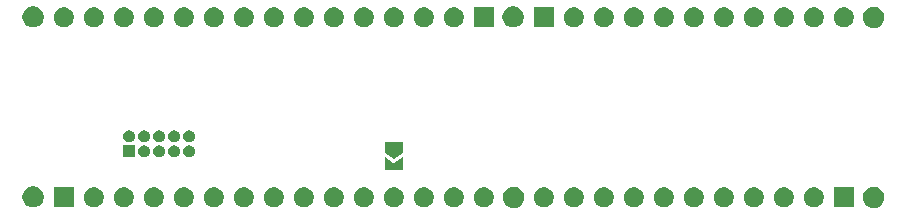
<source format=gbs>
G04 #@! TF.GenerationSoftware,KiCad,Pcbnew,5.1.5*
G04 #@! TF.CreationDate,2020-10-25T06:02:43-04:00*
G04 #@! TF.ProjectId,NanoX,4e616e6f-582e-46b6-9963-61645f706362,rev?*
G04 #@! TF.SameCoordinates,Original*
G04 #@! TF.FileFunction,Soldermask,Bot*
G04 #@! TF.FilePolarity,Negative*
%FSLAX46Y46*%
G04 Gerber Fmt 4.6, Leading zero omitted, Abs format (unit mm)*
G04 Created by KiCad (PCBNEW 5.1.5) date 2020-10-25 06:02:43*
%MOMM*%
%LPD*%
G04 APERTURE LIST*
%ADD10C,0.150000*%
G04 APERTURE END LIST*
D10*
G36*
X179053121Y-100378986D02*
G01*
X179216907Y-100446828D01*
X179216910Y-100446830D01*
X179364317Y-100545324D01*
X179489676Y-100670683D01*
X179588170Y-100818090D01*
X179588172Y-100818093D01*
X179656014Y-100981879D01*
X179690600Y-101155757D01*
X179690600Y-101333043D01*
X179656014Y-101506921D01*
X179588172Y-101670707D01*
X179588170Y-101670710D01*
X179489676Y-101818117D01*
X179364317Y-101943476D01*
X179283223Y-101997661D01*
X179216907Y-102041972D01*
X179053121Y-102109814D01*
X178879243Y-102144400D01*
X178701957Y-102144400D01*
X178528079Y-102109814D01*
X178364293Y-102041972D01*
X178297977Y-101997661D01*
X178216883Y-101943476D01*
X178091524Y-101818117D01*
X177993030Y-101670710D01*
X177993028Y-101670707D01*
X177925186Y-101506921D01*
X177890600Y-101333043D01*
X177890600Y-101155757D01*
X177925186Y-100981879D01*
X177993028Y-100818093D01*
X177993030Y-100818090D01*
X178091524Y-100670683D01*
X178216883Y-100545324D01*
X178364290Y-100446830D01*
X178364293Y-100446828D01*
X178528079Y-100378986D01*
X178701957Y-100344400D01*
X178879243Y-100344400D01*
X179053121Y-100378986D01*
G37*
G36*
X148573121Y-100378986D02*
G01*
X148736907Y-100446828D01*
X148736910Y-100446830D01*
X148884317Y-100545324D01*
X149009676Y-100670683D01*
X149108170Y-100818090D01*
X149108172Y-100818093D01*
X149176014Y-100981879D01*
X149210600Y-101155757D01*
X149210600Y-101333043D01*
X149176014Y-101506921D01*
X149108172Y-101670707D01*
X149108170Y-101670710D01*
X149009676Y-101818117D01*
X148884317Y-101943476D01*
X148803223Y-101997661D01*
X148736907Y-102041972D01*
X148573121Y-102109814D01*
X148399243Y-102144400D01*
X148221957Y-102144400D01*
X148048079Y-102109814D01*
X147884293Y-102041972D01*
X147817977Y-101997661D01*
X147736883Y-101943476D01*
X147611524Y-101818117D01*
X147513030Y-101670710D01*
X147513028Y-101670707D01*
X147445186Y-101506921D01*
X147410600Y-101333043D01*
X147410600Y-101155757D01*
X147445186Y-100981879D01*
X147513028Y-100818093D01*
X147513030Y-100818090D01*
X147611524Y-100670683D01*
X147736883Y-100545324D01*
X147884290Y-100446830D01*
X147884293Y-100446828D01*
X148048079Y-100378986D01*
X148221957Y-100344400D01*
X148399243Y-100344400D01*
X148573121Y-100378986D01*
G37*
G36*
X143478536Y-100427065D02*
G01*
X143633227Y-100491139D01*
X143772445Y-100584162D01*
X143890838Y-100702555D01*
X143983861Y-100841773D01*
X144047935Y-100996464D01*
X144080600Y-101160682D01*
X144080600Y-101328118D01*
X144047935Y-101492336D01*
X143983861Y-101647027D01*
X143890838Y-101786245D01*
X143772445Y-101904638D01*
X143633227Y-101997661D01*
X143485105Y-102059014D01*
X143478536Y-102061735D01*
X143314318Y-102094400D01*
X143146882Y-102094400D01*
X142982664Y-102061735D01*
X142976095Y-102059014D01*
X142827973Y-101997661D01*
X142688755Y-101904638D01*
X142570362Y-101786245D01*
X142477339Y-101647027D01*
X142413265Y-101492336D01*
X142380600Y-101328118D01*
X142380600Y-101160682D01*
X142413265Y-100996464D01*
X142477339Y-100841773D01*
X142570362Y-100702555D01*
X142688755Y-100584162D01*
X142827973Y-100491139D01*
X142982664Y-100427065D01*
X143146882Y-100394400D01*
X143314318Y-100394400D01*
X143478536Y-100427065D01*
G37*
G36*
X177100600Y-102094400D02*
G01*
X175400600Y-102094400D01*
X175400600Y-100394400D01*
X177100600Y-100394400D01*
X177100600Y-102094400D01*
G37*
G36*
X173958536Y-100427065D02*
G01*
X174113227Y-100491139D01*
X174252445Y-100584162D01*
X174370838Y-100702555D01*
X174463861Y-100841773D01*
X174527935Y-100996464D01*
X174560600Y-101160682D01*
X174560600Y-101328118D01*
X174527935Y-101492336D01*
X174463861Y-101647027D01*
X174370838Y-101786245D01*
X174252445Y-101904638D01*
X174113227Y-101997661D01*
X173965105Y-102059014D01*
X173958536Y-102061735D01*
X173794318Y-102094400D01*
X173626882Y-102094400D01*
X173462664Y-102061735D01*
X173456095Y-102059014D01*
X173307973Y-101997661D01*
X173168755Y-101904638D01*
X173050362Y-101786245D01*
X172957339Y-101647027D01*
X172893265Y-101492336D01*
X172860600Y-101328118D01*
X172860600Y-101160682D01*
X172893265Y-100996464D01*
X172957339Y-100841773D01*
X173050362Y-100702555D01*
X173168755Y-100584162D01*
X173307973Y-100491139D01*
X173462664Y-100427065D01*
X173626882Y-100394400D01*
X173794318Y-100394400D01*
X173958536Y-100427065D01*
G37*
G36*
X171418536Y-100427065D02*
G01*
X171573227Y-100491139D01*
X171712445Y-100584162D01*
X171830838Y-100702555D01*
X171923861Y-100841773D01*
X171987935Y-100996464D01*
X172020600Y-101160682D01*
X172020600Y-101328118D01*
X171987935Y-101492336D01*
X171923861Y-101647027D01*
X171830838Y-101786245D01*
X171712445Y-101904638D01*
X171573227Y-101997661D01*
X171425105Y-102059014D01*
X171418536Y-102061735D01*
X171254318Y-102094400D01*
X171086882Y-102094400D01*
X170922664Y-102061735D01*
X170916095Y-102059014D01*
X170767973Y-101997661D01*
X170628755Y-101904638D01*
X170510362Y-101786245D01*
X170417339Y-101647027D01*
X170353265Y-101492336D01*
X170320600Y-101328118D01*
X170320600Y-101160682D01*
X170353265Y-100996464D01*
X170417339Y-100841773D01*
X170510362Y-100702555D01*
X170628755Y-100584162D01*
X170767973Y-100491139D01*
X170922664Y-100427065D01*
X171086882Y-100394400D01*
X171254318Y-100394400D01*
X171418536Y-100427065D01*
G37*
G36*
X168878536Y-100427065D02*
G01*
X169033227Y-100491139D01*
X169172445Y-100584162D01*
X169290838Y-100702555D01*
X169383861Y-100841773D01*
X169447935Y-100996464D01*
X169480600Y-101160682D01*
X169480600Y-101328118D01*
X169447935Y-101492336D01*
X169383861Y-101647027D01*
X169290838Y-101786245D01*
X169172445Y-101904638D01*
X169033227Y-101997661D01*
X168885105Y-102059014D01*
X168878536Y-102061735D01*
X168714318Y-102094400D01*
X168546882Y-102094400D01*
X168382664Y-102061735D01*
X168376095Y-102059014D01*
X168227973Y-101997661D01*
X168088755Y-101904638D01*
X167970362Y-101786245D01*
X167877339Y-101647027D01*
X167813265Y-101492336D01*
X167780600Y-101328118D01*
X167780600Y-101160682D01*
X167813265Y-100996464D01*
X167877339Y-100841773D01*
X167970362Y-100702555D01*
X168088755Y-100584162D01*
X168227973Y-100491139D01*
X168382664Y-100427065D01*
X168546882Y-100394400D01*
X168714318Y-100394400D01*
X168878536Y-100427065D01*
G37*
G36*
X166338536Y-100427065D02*
G01*
X166493227Y-100491139D01*
X166632445Y-100584162D01*
X166750838Y-100702555D01*
X166843861Y-100841773D01*
X166907935Y-100996464D01*
X166940600Y-101160682D01*
X166940600Y-101328118D01*
X166907935Y-101492336D01*
X166843861Y-101647027D01*
X166750838Y-101786245D01*
X166632445Y-101904638D01*
X166493227Y-101997661D01*
X166345105Y-102059014D01*
X166338536Y-102061735D01*
X166174318Y-102094400D01*
X166006882Y-102094400D01*
X165842664Y-102061735D01*
X165836095Y-102059014D01*
X165687973Y-101997661D01*
X165548755Y-101904638D01*
X165430362Y-101786245D01*
X165337339Y-101647027D01*
X165273265Y-101492336D01*
X165240600Y-101328118D01*
X165240600Y-101160682D01*
X165273265Y-100996464D01*
X165337339Y-100841773D01*
X165430362Y-100702555D01*
X165548755Y-100584162D01*
X165687973Y-100491139D01*
X165842664Y-100427065D01*
X166006882Y-100394400D01*
X166174318Y-100394400D01*
X166338536Y-100427065D01*
G37*
G36*
X163798536Y-100427065D02*
G01*
X163953227Y-100491139D01*
X164092445Y-100584162D01*
X164210838Y-100702555D01*
X164303861Y-100841773D01*
X164367935Y-100996464D01*
X164400600Y-101160682D01*
X164400600Y-101328118D01*
X164367935Y-101492336D01*
X164303861Y-101647027D01*
X164210838Y-101786245D01*
X164092445Y-101904638D01*
X163953227Y-101997661D01*
X163805105Y-102059014D01*
X163798536Y-102061735D01*
X163634318Y-102094400D01*
X163466882Y-102094400D01*
X163302664Y-102061735D01*
X163296095Y-102059014D01*
X163147973Y-101997661D01*
X163008755Y-101904638D01*
X162890362Y-101786245D01*
X162797339Y-101647027D01*
X162733265Y-101492336D01*
X162700600Y-101328118D01*
X162700600Y-101160682D01*
X162733265Y-100996464D01*
X162797339Y-100841773D01*
X162890362Y-100702555D01*
X163008755Y-100584162D01*
X163147973Y-100491139D01*
X163302664Y-100427065D01*
X163466882Y-100394400D01*
X163634318Y-100394400D01*
X163798536Y-100427065D01*
G37*
G36*
X161258536Y-100427065D02*
G01*
X161413227Y-100491139D01*
X161552445Y-100584162D01*
X161670838Y-100702555D01*
X161763861Y-100841773D01*
X161827935Y-100996464D01*
X161860600Y-101160682D01*
X161860600Y-101328118D01*
X161827935Y-101492336D01*
X161763861Y-101647027D01*
X161670838Y-101786245D01*
X161552445Y-101904638D01*
X161413227Y-101997661D01*
X161265105Y-102059014D01*
X161258536Y-102061735D01*
X161094318Y-102094400D01*
X160926882Y-102094400D01*
X160762664Y-102061735D01*
X160756095Y-102059014D01*
X160607973Y-101997661D01*
X160468755Y-101904638D01*
X160350362Y-101786245D01*
X160257339Y-101647027D01*
X160193265Y-101492336D01*
X160160600Y-101328118D01*
X160160600Y-101160682D01*
X160193265Y-100996464D01*
X160257339Y-100841773D01*
X160350362Y-100702555D01*
X160468755Y-100584162D01*
X160607973Y-100491139D01*
X160762664Y-100427065D01*
X160926882Y-100394400D01*
X161094318Y-100394400D01*
X161258536Y-100427065D01*
G37*
G36*
X158718536Y-100427065D02*
G01*
X158873227Y-100491139D01*
X159012445Y-100584162D01*
X159130838Y-100702555D01*
X159223861Y-100841773D01*
X159287935Y-100996464D01*
X159320600Y-101160682D01*
X159320600Y-101328118D01*
X159287935Y-101492336D01*
X159223861Y-101647027D01*
X159130838Y-101786245D01*
X159012445Y-101904638D01*
X158873227Y-101997661D01*
X158725105Y-102059014D01*
X158718536Y-102061735D01*
X158554318Y-102094400D01*
X158386882Y-102094400D01*
X158222664Y-102061735D01*
X158216095Y-102059014D01*
X158067973Y-101997661D01*
X157928755Y-101904638D01*
X157810362Y-101786245D01*
X157717339Y-101647027D01*
X157653265Y-101492336D01*
X157620600Y-101328118D01*
X157620600Y-101160682D01*
X157653265Y-100996464D01*
X157717339Y-100841773D01*
X157810362Y-100702555D01*
X157928755Y-100584162D01*
X158067973Y-100491139D01*
X158222664Y-100427065D01*
X158386882Y-100394400D01*
X158554318Y-100394400D01*
X158718536Y-100427065D01*
G37*
G36*
X156178536Y-100427065D02*
G01*
X156333227Y-100491139D01*
X156472445Y-100584162D01*
X156590838Y-100702555D01*
X156683861Y-100841773D01*
X156747935Y-100996464D01*
X156780600Y-101160682D01*
X156780600Y-101328118D01*
X156747935Y-101492336D01*
X156683861Y-101647027D01*
X156590838Y-101786245D01*
X156472445Y-101904638D01*
X156333227Y-101997661D01*
X156185105Y-102059014D01*
X156178536Y-102061735D01*
X156014318Y-102094400D01*
X155846882Y-102094400D01*
X155682664Y-102061735D01*
X155676095Y-102059014D01*
X155527973Y-101997661D01*
X155388755Y-101904638D01*
X155270362Y-101786245D01*
X155177339Y-101647027D01*
X155113265Y-101492336D01*
X155080600Y-101328118D01*
X155080600Y-101160682D01*
X155113265Y-100996464D01*
X155177339Y-100841773D01*
X155270362Y-100702555D01*
X155388755Y-100584162D01*
X155527973Y-100491139D01*
X155682664Y-100427065D01*
X155846882Y-100394400D01*
X156014318Y-100394400D01*
X156178536Y-100427065D01*
G37*
G36*
X153638536Y-100427065D02*
G01*
X153793227Y-100491139D01*
X153932445Y-100584162D01*
X154050838Y-100702555D01*
X154143861Y-100841773D01*
X154207935Y-100996464D01*
X154240600Y-101160682D01*
X154240600Y-101328118D01*
X154207935Y-101492336D01*
X154143861Y-101647027D01*
X154050838Y-101786245D01*
X153932445Y-101904638D01*
X153793227Y-101997661D01*
X153645105Y-102059014D01*
X153638536Y-102061735D01*
X153474318Y-102094400D01*
X153306882Y-102094400D01*
X153142664Y-102061735D01*
X153136095Y-102059014D01*
X152987973Y-101997661D01*
X152848755Y-101904638D01*
X152730362Y-101786245D01*
X152637339Y-101647027D01*
X152573265Y-101492336D01*
X152540600Y-101328118D01*
X152540600Y-101160682D01*
X152573265Y-100996464D01*
X152637339Y-100841773D01*
X152730362Y-100702555D01*
X152848755Y-100584162D01*
X152987973Y-100491139D01*
X153142664Y-100427065D01*
X153306882Y-100394400D01*
X153474318Y-100394400D01*
X153638536Y-100427065D01*
G37*
G36*
X151098536Y-100427065D02*
G01*
X151253227Y-100491139D01*
X151392445Y-100584162D01*
X151510838Y-100702555D01*
X151603861Y-100841773D01*
X151667935Y-100996464D01*
X151700600Y-101160682D01*
X151700600Y-101328118D01*
X151667935Y-101492336D01*
X151603861Y-101647027D01*
X151510838Y-101786245D01*
X151392445Y-101904638D01*
X151253227Y-101997661D01*
X151105105Y-102059014D01*
X151098536Y-102061735D01*
X150934318Y-102094400D01*
X150766882Y-102094400D01*
X150602664Y-102061735D01*
X150596095Y-102059014D01*
X150447973Y-101997661D01*
X150308755Y-101904638D01*
X150190362Y-101786245D01*
X150097339Y-101647027D01*
X150033265Y-101492336D01*
X150000600Y-101328118D01*
X150000600Y-101160682D01*
X150033265Y-100996464D01*
X150097339Y-100841773D01*
X150190362Y-100702555D01*
X150308755Y-100584162D01*
X150447973Y-100491139D01*
X150602664Y-100427065D01*
X150766882Y-100394400D01*
X150934318Y-100394400D01*
X151098536Y-100427065D01*
G37*
G36*
X146018536Y-100427065D02*
G01*
X146173227Y-100491139D01*
X146312445Y-100584162D01*
X146430838Y-100702555D01*
X146523861Y-100841773D01*
X146587935Y-100996464D01*
X146620600Y-101160682D01*
X146620600Y-101328118D01*
X146587935Y-101492336D01*
X146523861Y-101647027D01*
X146430838Y-101786245D01*
X146312445Y-101904638D01*
X146173227Y-101997661D01*
X146025105Y-102059014D01*
X146018536Y-102061735D01*
X145854318Y-102094400D01*
X145686882Y-102094400D01*
X145522664Y-102061735D01*
X145516095Y-102059014D01*
X145367973Y-101997661D01*
X145228755Y-101904638D01*
X145110362Y-101786245D01*
X145017339Y-101647027D01*
X144953265Y-101492336D01*
X144920600Y-101328118D01*
X144920600Y-101160682D01*
X144953265Y-100996464D01*
X145017339Y-100841773D01*
X145110362Y-100702555D01*
X145228755Y-100584162D01*
X145367973Y-100491139D01*
X145522664Y-100427065D01*
X145686882Y-100394400D01*
X145854318Y-100394400D01*
X146018536Y-100427065D01*
G37*
G36*
X115538536Y-100427065D02*
G01*
X115693227Y-100491139D01*
X115832445Y-100584162D01*
X115950838Y-100702555D01*
X116043861Y-100841773D01*
X116107935Y-100996464D01*
X116140600Y-101160682D01*
X116140600Y-101328118D01*
X116107935Y-101492336D01*
X116043861Y-101647027D01*
X115950838Y-101786245D01*
X115832445Y-101904638D01*
X115693227Y-101997661D01*
X115545105Y-102059014D01*
X115538536Y-102061735D01*
X115374318Y-102094400D01*
X115206882Y-102094400D01*
X115042664Y-102061735D01*
X115036095Y-102059014D01*
X114887973Y-101997661D01*
X114748755Y-101904638D01*
X114630362Y-101786245D01*
X114537339Y-101647027D01*
X114473265Y-101492336D01*
X114440600Y-101328118D01*
X114440600Y-101160682D01*
X114473265Y-100996464D01*
X114537339Y-100841773D01*
X114630362Y-100702555D01*
X114748755Y-100584162D01*
X114887973Y-100491139D01*
X115042664Y-100427065D01*
X115206882Y-100394400D01*
X115374318Y-100394400D01*
X115538536Y-100427065D01*
G37*
G36*
X111060600Y-102094400D02*
G01*
X109360600Y-102094400D01*
X109360600Y-100394400D01*
X111060600Y-100394400D01*
X111060600Y-102094400D01*
G37*
G36*
X140938536Y-100427065D02*
G01*
X141093227Y-100491139D01*
X141232445Y-100584162D01*
X141350838Y-100702555D01*
X141443861Y-100841773D01*
X141507935Y-100996464D01*
X141540600Y-101160682D01*
X141540600Y-101328118D01*
X141507935Y-101492336D01*
X141443861Y-101647027D01*
X141350838Y-101786245D01*
X141232445Y-101904638D01*
X141093227Y-101997661D01*
X140945105Y-102059014D01*
X140938536Y-102061735D01*
X140774318Y-102094400D01*
X140606882Y-102094400D01*
X140442664Y-102061735D01*
X140436095Y-102059014D01*
X140287973Y-101997661D01*
X140148755Y-101904638D01*
X140030362Y-101786245D01*
X139937339Y-101647027D01*
X139873265Y-101492336D01*
X139840600Y-101328118D01*
X139840600Y-101160682D01*
X139873265Y-100996464D01*
X139937339Y-100841773D01*
X140030362Y-100702555D01*
X140148755Y-100584162D01*
X140287973Y-100491139D01*
X140442664Y-100427065D01*
X140606882Y-100394400D01*
X140774318Y-100394400D01*
X140938536Y-100427065D01*
G37*
G36*
X138398536Y-100427065D02*
G01*
X138553227Y-100491139D01*
X138692445Y-100584162D01*
X138810838Y-100702555D01*
X138903861Y-100841773D01*
X138967935Y-100996464D01*
X139000600Y-101160682D01*
X139000600Y-101328118D01*
X138967935Y-101492336D01*
X138903861Y-101647027D01*
X138810838Y-101786245D01*
X138692445Y-101904638D01*
X138553227Y-101997661D01*
X138405105Y-102059014D01*
X138398536Y-102061735D01*
X138234318Y-102094400D01*
X138066882Y-102094400D01*
X137902664Y-102061735D01*
X137896095Y-102059014D01*
X137747973Y-101997661D01*
X137608755Y-101904638D01*
X137490362Y-101786245D01*
X137397339Y-101647027D01*
X137333265Y-101492336D01*
X137300600Y-101328118D01*
X137300600Y-101160682D01*
X137333265Y-100996464D01*
X137397339Y-100841773D01*
X137490362Y-100702555D01*
X137608755Y-100584162D01*
X137747973Y-100491139D01*
X137902664Y-100427065D01*
X138066882Y-100394400D01*
X138234318Y-100394400D01*
X138398536Y-100427065D01*
G37*
G36*
X135858536Y-100427065D02*
G01*
X136013227Y-100491139D01*
X136152445Y-100584162D01*
X136270838Y-100702555D01*
X136363861Y-100841773D01*
X136427935Y-100996464D01*
X136460600Y-101160682D01*
X136460600Y-101328118D01*
X136427935Y-101492336D01*
X136363861Y-101647027D01*
X136270838Y-101786245D01*
X136152445Y-101904638D01*
X136013227Y-101997661D01*
X135865105Y-102059014D01*
X135858536Y-102061735D01*
X135694318Y-102094400D01*
X135526882Y-102094400D01*
X135362664Y-102061735D01*
X135356095Y-102059014D01*
X135207973Y-101997661D01*
X135068755Y-101904638D01*
X134950362Y-101786245D01*
X134857339Y-101647027D01*
X134793265Y-101492336D01*
X134760600Y-101328118D01*
X134760600Y-101160682D01*
X134793265Y-100996464D01*
X134857339Y-100841773D01*
X134950362Y-100702555D01*
X135068755Y-100584162D01*
X135207973Y-100491139D01*
X135362664Y-100427065D01*
X135526882Y-100394400D01*
X135694318Y-100394400D01*
X135858536Y-100427065D01*
G37*
G36*
X133318536Y-100427065D02*
G01*
X133473227Y-100491139D01*
X133612445Y-100584162D01*
X133730838Y-100702555D01*
X133823861Y-100841773D01*
X133887935Y-100996464D01*
X133920600Y-101160682D01*
X133920600Y-101328118D01*
X133887935Y-101492336D01*
X133823861Y-101647027D01*
X133730838Y-101786245D01*
X133612445Y-101904638D01*
X133473227Y-101997661D01*
X133325105Y-102059014D01*
X133318536Y-102061735D01*
X133154318Y-102094400D01*
X132986882Y-102094400D01*
X132822664Y-102061735D01*
X132816095Y-102059014D01*
X132667973Y-101997661D01*
X132528755Y-101904638D01*
X132410362Y-101786245D01*
X132317339Y-101647027D01*
X132253265Y-101492336D01*
X132220600Y-101328118D01*
X132220600Y-101160682D01*
X132253265Y-100996464D01*
X132317339Y-100841773D01*
X132410362Y-100702555D01*
X132528755Y-100584162D01*
X132667973Y-100491139D01*
X132822664Y-100427065D01*
X132986882Y-100394400D01*
X133154318Y-100394400D01*
X133318536Y-100427065D01*
G37*
G36*
X130778536Y-100427065D02*
G01*
X130933227Y-100491139D01*
X131072445Y-100584162D01*
X131190838Y-100702555D01*
X131283861Y-100841773D01*
X131347935Y-100996464D01*
X131380600Y-101160682D01*
X131380600Y-101328118D01*
X131347935Y-101492336D01*
X131283861Y-101647027D01*
X131190838Y-101786245D01*
X131072445Y-101904638D01*
X130933227Y-101997661D01*
X130785105Y-102059014D01*
X130778536Y-102061735D01*
X130614318Y-102094400D01*
X130446882Y-102094400D01*
X130282664Y-102061735D01*
X130276095Y-102059014D01*
X130127973Y-101997661D01*
X129988755Y-101904638D01*
X129870362Y-101786245D01*
X129777339Y-101647027D01*
X129713265Y-101492336D01*
X129680600Y-101328118D01*
X129680600Y-101160682D01*
X129713265Y-100996464D01*
X129777339Y-100841773D01*
X129870362Y-100702555D01*
X129988755Y-100584162D01*
X130127973Y-100491139D01*
X130282664Y-100427065D01*
X130446882Y-100394400D01*
X130614318Y-100394400D01*
X130778536Y-100427065D01*
G37*
G36*
X128238536Y-100427065D02*
G01*
X128393227Y-100491139D01*
X128532445Y-100584162D01*
X128650838Y-100702555D01*
X128743861Y-100841773D01*
X128807935Y-100996464D01*
X128840600Y-101160682D01*
X128840600Y-101328118D01*
X128807935Y-101492336D01*
X128743861Y-101647027D01*
X128650838Y-101786245D01*
X128532445Y-101904638D01*
X128393227Y-101997661D01*
X128245105Y-102059014D01*
X128238536Y-102061735D01*
X128074318Y-102094400D01*
X127906882Y-102094400D01*
X127742664Y-102061735D01*
X127736095Y-102059014D01*
X127587973Y-101997661D01*
X127448755Y-101904638D01*
X127330362Y-101786245D01*
X127237339Y-101647027D01*
X127173265Y-101492336D01*
X127140600Y-101328118D01*
X127140600Y-101160682D01*
X127173265Y-100996464D01*
X127237339Y-100841773D01*
X127330362Y-100702555D01*
X127448755Y-100584162D01*
X127587973Y-100491139D01*
X127742664Y-100427065D01*
X127906882Y-100394400D01*
X128074318Y-100394400D01*
X128238536Y-100427065D01*
G37*
G36*
X125698536Y-100427065D02*
G01*
X125853227Y-100491139D01*
X125992445Y-100584162D01*
X126110838Y-100702555D01*
X126203861Y-100841773D01*
X126267935Y-100996464D01*
X126300600Y-101160682D01*
X126300600Y-101328118D01*
X126267935Y-101492336D01*
X126203861Y-101647027D01*
X126110838Y-101786245D01*
X125992445Y-101904638D01*
X125853227Y-101997661D01*
X125705105Y-102059014D01*
X125698536Y-102061735D01*
X125534318Y-102094400D01*
X125366882Y-102094400D01*
X125202664Y-102061735D01*
X125196095Y-102059014D01*
X125047973Y-101997661D01*
X124908755Y-101904638D01*
X124790362Y-101786245D01*
X124697339Y-101647027D01*
X124633265Y-101492336D01*
X124600600Y-101328118D01*
X124600600Y-101160682D01*
X124633265Y-100996464D01*
X124697339Y-100841773D01*
X124790362Y-100702555D01*
X124908755Y-100584162D01*
X125047973Y-100491139D01*
X125202664Y-100427065D01*
X125366882Y-100394400D01*
X125534318Y-100394400D01*
X125698536Y-100427065D01*
G37*
G36*
X123158536Y-100427065D02*
G01*
X123313227Y-100491139D01*
X123452445Y-100584162D01*
X123570838Y-100702555D01*
X123663861Y-100841773D01*
X123727935Y-100996464D01*
X123760600Y-101160682D01*
X123760600Y-101328118D01*
X123727935Y-101492336D01*
X123663861Y-101647027D01*
X123570838Y-101786245D01*
X123452445Y-101904638D01*
X123313227Y-101997661D01*
X123165105Y-102059014D01*
X123158536Y-102061735D01*
X122994318Y-102094400D01*
X122826882Y-102094400D01*
X122662664Y-102061735D01*
X122656095Y-102059014D01*
X122507973Y-101997661D01*
X122368755Y-101904638D01*
X122250362Y-101786245D01*
X122157339Y-101647027D01*
X122093265Y-101492336D01*
X122060600Y-101328118D01*
X122060600Y-101160682D01*
X122093265Y-100996464D01*
X122157339Y-100841773D01*
X122250362Y-100702555D01*
X122368755Y-100584162D01*
X122507973Y-100491139D01*
X122662664Y-100427065D01*
X122826882Y-100394400D01*
X122994318Y-100394400D01*
X123158536Y-100427065D01*
G37*
G36*
X120618536Y-100427065D02*
G01*
X120773227Y-100491139D01*
X120912445Y-100584162D01*
X121030838Y-100702555D01*
X121123861Y-100841773D01*
X121187935Y-100996464D01*
X121220600Y-101160682D01*
X121220600Y-101328118D01*
X121187935Y-101492336D01*
X121123861Y-101647027D01*
X121030838Y-101786245D01*
X120912445Y-101904638D01*
X120773227Y-101997661D01*
X120625105Y-102059014D01*
X120618536Y-102061735D01*
X120454318Y-102094400D01*
X120286882Y-102094400D01*
X120122664Y-102061735D01*
X120116095Y-102059014D01*
X119967973Y-101997661D01*
X119828755Y-101904638D01*
X119710362Y-101786245D01*
X119617339Y-101647027D01*
X119553265Y-101492336D01*
X119520600Y-101328118D01*
X119520600Y-101160682D01*
X119553265Y-100996464D01*
X119617339Y-100841773D01*
X119710362Y-100702555D01*
X119828755Y-100584162D01*
X119967973Y-100491139D01*
X120122664Y-100427065D01*
X120286882Y-100394400D01*
X120454318Y-100394400D01*
X120618536Y-100427065D01*
G37*
G36*
X118078536Y-100427065D02*
G01*
X118233227Y-100491139D01*
X118372445Y-100584162D01*
X118490838Y-100702555D01*
X118583861Y-100841773D01*
X118647935Y-100996464D01*
X118680600Y-101160682D01*
X118680600Y-101328118D01*
X118647935Y-101492336D01*
X118583861Y-101647027D01*
X118490838Y-101786245D01*
X118372445Y-101904638D01*
X118233227Y-101997661D01*
X118085105Y-102059014D01*
X118078536Y-102061735D01*
X117914318Y-102094400D01*
X117746882Y-102094400D01*
X117582664Y-102061735D01*
X117576095Y-102059014D01*
X117427973Y-101997661D01*
X117288755Y-101904638D01*
X117170362Y-101786245D01*
X117077339Y-101647027D01*
X117013265Y-101492336D01*
X116980600Y-101328118D01*
X116980600Y-101160682D01*
X117013265Y-100996464D01*
X117077339Y-100841773D01*
X117170362Y-100702555D01*
X117288755Y-100584162D01*
X117427973Y-100491139D01*
X117582664Y-100427065D01*
X117746882Y-100394400D01*
X117914318Y-100394400D01*
X118078536Y-100427065D01*
G37*
G36*
X112998536Y-100427065D02*
G01*
X113153227Y-100491139D01*
X113292445Y-100584162D01*
X113410838Y-100702555D01*
X113503861Y-100841773D01*
X113567935Y-100996464D01*
X113600600Y-101160682D01*
X113600600Y-101328118D01*
X113567935Y-101492336D01*
X113503861Y-101647027D01*
X113410838Y-101786245D01*
X113292445Y-101904638D01*
X113153227Y-101997661D01*
X113005105Y-102059014D01*
X112998536Y-102061735D01*
X112834318Y-102094400D01*
X112666882Y-102094400D01*
X112502664Y-102061735D01*
X112496095Y-102059014D01*
X112347973Y-101997661D01*
X112208755Y-101904638D01*
X112090362Y-101786245D01*
X111997339Y-101647027D01*
X111933265Y-101492336D01*
X111900600Y-101328118D01*
X111900600Y-101160682D01*
X111933265Y-100996464D01*
X111997339Y-100841773D01*
X112090362Y-100702555D01*
X112208755Y-100584162D01*
X112347973Y-100491139D01*
X112502664Y-100427065D01*
X112666882Y-100394400D01*
X112834318Y-100394400D01*
X112998536Y-100427065D01*
G37*
G36*
X107882321Y-100328186D02*
G01*
X108046107Y-100396028D01*
X108046110Y-100396030D01*
X108193517Y-100494524D01*
X108318876Y-100619883D01*
X108374116Y-100702556D01*
X108417372Y-100767293D01*
X108485214Y-100931079D01*
X108519800Y-101104957D01*
X108519800Y-101282243D01*
X108485214Y-101456121D01*
X108417372Y-101619907D01*
X108417370Y-101619910D01*
X108318876Y-101767317D01*
X108193517Y-101892676D01*
X108117489Y-101943476D01*
X108046107Y-101991172D01*
X107882321Y-102059014D01*
X107708443Y-102093600D01*
X107531157Y-102093600D01*
X107357279Y-102059014D01*
X107193493Y-101991172D01*
X107122111Y-101943476D01*
X107046083Y-101892676D01*
X106920724Y-101767317D01*
X106822230Y-101619910D01*
X106822228Y-101619907D01*
X106754386Y-101456121D01*
X106719800Y-101282243D01*
X106719800Y-101104957D01*
X106754386Y-100931079D01*
X106822228Y-100767293D01*
X106865484Y-100702556D01*
X106920724Y-100619883D01*
X107046083Y-100494524D01*
X107193490Y-100396030D01*
X107193493Y-100396028D01*
X107357279Y-100328186D01*
X107531157Y-100293600D01*
X107708443Y-100293600D01*
X107882321Y-100328186D01*
G37*
G36*
X137400609Y-97814203D02*
G01*
X137402812Y-97815378D01*
X138122422Y-98295118D01*
X138131209Y-98299803D01*
X138140742Y-98302684D01*
X138150653Y-98303650D01*
X138160563Y-98302664D01*
X138170089Y-98299763D01*
X138178778Y-98295118D01*
X138898387Y-97815379D01*
X138900597Y-97814201D01*
X138900599Y-97814200D01*
X138900600Y-97814200D01*
X138900605Y-97814214D01*
X138900846Y-97816680D01*
X138900846Y-98961707D01*
X138900601Y-98964199D01*
X138900600Y-98964199D01*
X138900600Y-98964200D01*
X138900598Y-98964201D01*
X138900599Y-98964201D01*
X138898107Y-98964446D01*
X137403093Y-98964446D01*
X137400601Y-98964201D01*
X137400600Y-98964200D01*
X137400600Y-98964199D01*
X137400599Y-98964199D01*
X137400354Y-98961707D01*
X137400354Y-97816693D01*
X137400600Y-97814201D01*
X137400600Y-97814200D01*
X137400601Y-97814200D01*
X137400609Y-97814203D01*
G37*
G36*
X138900599Y-96514199D02*
G01*
X138900599Y-96514200D01*
X138900600Y-96514200D01*
X138900600Y-96514201D01*
X138900846Y-96516693D01*
X138900846Y-97511707D01*
X138900601Y-97514197D01*
X138900600Y-97514198D01*
X138900600Y-97514200D01*
X138900586Y-97514210D01*
X138898647Y-97515798D01*
X138152812Y-98013021D01*
X138150603Y-98014199D01*
X138150601Y-98014200D01*
X138150600Y-98014200D01*
X138150599Y-98014199D01*
X138150571Y-98014191D01*
X138148409Y-98013035D01*
X137402540Y-97515790D01*
X137400603Y-97514203D01*
X137400603Y-97514202D01*
X137400600Y-97514200D01*
X137400600Y-97514173D01*
X137400354Y-97511691D01*
X137400354Y-96516693D01*
X137400600Y-96514201D01*
X137400600Y-96514200D01*
X137400601Y-96514200D01*
X137400601Y-96514199D01*
X137403093Y-96513954D01*
X138898107Y-96513954D01*
X138900599Y-96514199D01*
G37*
G36*
X116247800Y-97832800D02*
G01*
X115247800Y-97832800D01*
X115247800Y-96832800D01*
X116247800Y-96832800D01*
X116247800Y-97832800D01*
G37*
G36*
X120973645Y-96852015D02*
G01*
X121064636Y-96889704D01*
X121146535Y-96944428D01*
X121216172Y-97014065D01*
X121270896Y-97095964D01*
X121308585Y-97186955D01*
X121327800Y-97283554D01*
X121327800Y-97382046D01*
X121308585Y-97478645D01*
X121270896Y-97569636D01*
X121216172Y-97651535D01*
X121146535Y-97721172D01*
X121064636Y-97775896D01*
X120973645Y-97813585D01*
X120877046Y-97832800D01*
X120778554Y-97832800D01*
X120681955Y-97813585D01*
X120590964Y-97775896D01*
X120509065Y-97721172D01*
X120439428Y-97651535D01*
X120384704Y-97569636D01*
X120347015Y-97478645D01*
X120327800Y-97382046D01*
X120327800Y-97283554D01*
X120347015Y-97186955D01*
X120384704Y-97095964D01*
X120439428Y-97014065D01*
X120509065Y-96944428D01*
X120590964Y-96889704D01*
X120681955Y-96852015D01*
X120778554Y-96832800D01*
X120877046Y-96832800D01*
X120973645Y-96852015D01*
G37*
G36*
X118433645Y-96852015D02*
G01*
X118524636Y-96889704D01*
X118606535Y-96944428D01*
X118676172Y-97014065D01*
X118730896Y-97095964D01*
X118768585Y-97186955D01*
X118787800Y-97283554D01*
X118787800Y-97382046D01*
X118768585Y-97478645D01*
X118730896Y-97569636D01*
X118676172Y-97651535D01*
X118606535Y-97721172D01*
X118524636Y-97775896D01*
X118433645Y-97813585D01*
X118337046Y-97832800D01*
X118238554Y-97832800D01*
X118141955Y-97813585D01*
X118050964Y-97775896D01*
X117969065Y-97721172D01*
X117899428Y-97651535D01*
X117844704Y-97569636D01*
X117807015Y-97478645D01*
X117787800Y-97382046D01*
X117787800Y-97283554D01*
X117807015Y-97186955D01*
X117844704Y-97095964D01*
X117899428Y-97014065D01*
X117969065Y-96944428D01*
X118050964Y-96889704D01*
X118141955Y-96852015D01*
X118238554Y-96832800D01*
X118337046Y-96832800D01*
X118433645Y-96852015D01*
G37*
G36*
X117163645Y-96852015D02*
G01*
X117254636Y-96889704D01*
X117336535Y-96944428D01*
X117406172Y-97014065D01*
X117460896Y-97095964D01*
X117498585Y-97186955D01*
X117517800Y-97283554D01*
X117517800Y-97382046D01*
X117498585Y-97478645D01*
X117460896Y-97569636D01*
X117406172Y-97651535D01*
X117336535Y-97721172D01*
X117254636Y-97775896D01*
X117163645Y-97813585D01*
X117067046Y-97832800D01*
X116968554Y-97832800D01*
X116871955Y-97813585D01*
X116780964Y-97775896D01*
X116699065Y-97721172D01*
X116629428Y-97651535D01*
X116574704Y-97569636D01*
X116537015Y-97478645D01*
X116517800Y-97382046D01*
X116517800Y-97283554D01*
X116537015Y-97186955D01*
X116574704Y-97095964D01*
X116629428Y-97014065D01*
X116699065Y-96944428D01*
X116780964Y-96889704D01*
X116871955Y-96852015D01*
X116968554Y-96832800D01*
X117067046Y-96832800D01*
X117163645Y-96852015D01*
G37*
G36*
X119703645Y-96852015D02*
G01*
X119794636Y-96889704D01*
X119876535Y-96944428D01*
X119946172Y-97014065D01*
X120000896Y-97095964D01*
X120038585Y-97186955D01*
X120057800Y-97283554D01*
X120057800Y-97382046D01*
X120038585Y-97478645D01*
X120000896Y-97569636D01*
X119946172Y-97651535D01*
X119876535Y-97721172D01*
X119794636Y-97775896D01*
X119703645Y-97813585D01*
X119607046Y-97832800D01*
X119508554Y-97832800D01*
X119411955Y-97813585D01*
X119320964Y-97775896D01*
X119239065Y-97721172D01*
X119169428Y-97651535D01*
X119114704Y-97569636D01*
X119077015Y-97478645D01*
X119057800Y-97382046D01*
X119057800Y-97283554D01*
X119077015Y-97186955D01*
X119114704Y-97095964D01*
X119169428Y-97014065D01*
X119239065Y-96944428D01*
X119320964Y-96889704D01*
X119411955Y-96852015D01*
X119508554Y-96832800D01*
X119607046Y-96832800D01*
X119703645Y-96852015D01*
G37*
G36*
X118433645Y-95582015D02*
G01*
X118524636Y-95619704D01*
X118606535Y-95674428D01*
X118676172Y-95744065D01*
X118730896Y-95825964D01*
X118768585Y-95916955D01*
X118787800Y-96013554D01*
X118787800Y-96112046D01*
X118768585Y-96208645D01*
X118730896Y-96299636D01*
X118676172Y-96381535D01*
X118606535Y-96451172D01*
X118524636Y-96505896D01*
X118433645Y-96543585D01*
X118337046Y-96562800D01*
X118238554Y-96562800D01*
X118141955Y-96543585D01*
X118050964Y-96505896D01*
X117969065Y-96451172D01*
X117899428Y-96381535D01*
X117844704Y-96299636D01*
X117807015Y-96208645D01*
X117787800Y-96112046D01*
X117787800Y-96013554D01*
X117807015Y-95916955D01*
X117844704Y-95825964D01*
X117899428Y-95744065D01*
X117969065Y-95674428D01*
X118050964Y-95619704D01*
X118141955Y-95582015D01*
X118238554Y-95562800D01*
X118337046Y-95562800D01*
X118433645Y-95582015D01*
G37*
G36*
X120973645Y-95582015D02*
G01*
X121064636Y-95619704D01*
X121146535Y-95674428D01*
X121216172Y-95744065D01*
X121270896Y-95825964D01*
X121308585Y-95916955D01*
X121327800Y-96013554D01*
X121327800Y-96112046D01*
X121308585Y-96208645D01*
X121270896Y-96299636D01*
X121216172Y-96381535D01*
X121146535Y-96451172D01*
X121064636Y-96505896D01*
X120973645Y-96543585D01*
X120877046Y-96562800D01*
X120778554Y-96562800D01*
X120681955Y-96543585D01*
X120590964Y-96505896D01*
X120509065Y-96451172D01*
X120439428Y-96381535D01*
X120384704Y-96299636D01*
X120347015Y-96208645D01*
X120327800Y-96112046D01*
X120327800Y-96013554D01*
X120347015Y-95916955D01*
X120384704Y-95825964D01*
X120439428Y-95744065D01*
X120509065Y-95674428D01*
X120590964Y-95619704D01*
X120681955Y-95582015D01*
X120778554Y-95562800D01*
X120877046Y-95562800D01*
X120973645Y-95582015D01*
G37*
G36*
X117163645Y-95582015D02*
G01*
X117254636Y-95619704D01*
X117336535Y-95674428D01*
X117406172Y-95744065D01*
X117460896Y-95825964D01*
X117498585Y-95916955D01*
X117517800Y-96013554D01*
X117517800Y-96112046D01*
X117498585Y-96208645D01*
X117460896Y-96299636D01*
X117406172Y-96381535D01*
X117336535Y-96451172D01*
X117254636Y-96505896D01*
X117163645Y-96543585D01*
X117067046Y-96562800D01*
X116968554Y-96562800D01*
X116871955Y-96543585D01*
X116780964Y-96505896D01*
X116699065Y-96451172D01*
X116629428Y-96381535D01*
X116574704Y-96299636D01*
X116537015Y-96208645D01*
X116517800Y-96112046D01*
X116517800Y-96013554D01*
X116537015Y-95916955D01*
X116574704Y-95825964D01*
X116629428Y-95744065D01*
X116699065Y-95674428D01*
X116780964Y-95619704D01*
X116871955Y-95582015D01*
X116968554Y-95562800D01*
X117067046Y-95562800D01*
X117163645Y-95582015D01*
G37*
G36*
X115893645Y-95582015D02*
G01*
X115984636Y-95619704D01*
X116066535Y-95674428D01*
X116136172Y-95744065D01*
X116190896Y-95825964D01*
X116228585Y-95916955D01*
X116247800Y-96013554D01*
X116247800Y-96112046D01*
X116228585Y-96208645D01*
X116190896Y-96299636D01*
X116136172Y-96381535D01*
X116066535Y-96451172D01*
X115984636Y-96505896D01*
X115893645Y-96543585D01*
X115797046Y-96562800D01*
X115698554Y-96562800D01*
X115601955Y-96543585D01*
X115510964Y-96505896D01*
X115429065Y-96451172D01*
X115359428Y-96381535D01*
X115304704Y-96299636D01*
X115267015Y-96208645D01*
X115247800Y-96112046D01*
X115247800Y-96013554D01*
X115267015Y-95916955D01*
X115304704Y-95825964D01*
X115359428Y-95744065D01*
X115429065Y-95674428D01*
X115510964Y-95619704D01*
X115601955Y-95582015D01*
X115698554Y-95562800D01*
X115797046Y-95562800D01*
X115893645Y-95582015D01*
G37*
G36*
X119703645Y-95582015D02*
G01*
X119794636Y-95619704D01*
X119876535Y-95674428D01*
X119946172Y-95744065D01*
X120000896Y-95825964D01*
X120038585Y-95916955D01*
X120057800Y-96013554D01*
X120057800Y-96112046D01*
X120038585Y-96208645D01*
X120000896Y-96299636D01*
X119946172Y-96381535D01*
X119876535Y-96451172D01*
X119794636Y-96505896D01*
X119703645Y-96543585D01*
X119607046Y-96562800D01*
X119508554Y-96562800D01*
X119411955Y-96543585D01*
X119320964Y-96505896D01*
X119239065Y-96451172D01*
X119169428Y-96381535D01*
X119114704Y-96299636D01*
X119077015Y-96208645D01*
X119057800Y-96112046D01*
X119057800Y-96013554D01*
X119077015Y-95916955D01*
X119114704Y-95825964D01*
X119169428Y-95744065D01*
X119239065Y-95674428D01*
X119320964Y-95619704D01*
X119411955Y-95582015D01*
X119508554Y-95562800D01*
X119607046Y-95562800D01*
X119703645Y-95582015D01*
G37*
G36*
X179053121Y-85138986D02*
G01*
X179216907Y-85206828D01*
X179216910Y-85206830D01*
X179364317Y-85305324D01*
X179489676Y-85430683D01*
X179588170Y-85578090D01*
X179588172Y-85578093D01*
X179656014Y-85741879D01*
X179690600Y-85915757D01*
X179690600Y-86093043D01*
X179656014Y-86266921D01*
X179588172Y-86430707D01*
X179588170Y-86430710D01*
X179489676Y-86578117D01*
X179364317Y-86703476D01*
X179283223Y-86757661D01*
X179216907Y-86801972D01*
X179053121Y-86869814D01*
X178879243Y-86904400D01*
X178701957Y-86904400D01*
X178528079Y-86869814D01*
X178364293Y-86801972D01*
X178297977Y-86757661D01*
X178216883Y-86703476D01*
X178091524Y-86578117D01*
X177993030Y-86430710D01*
X177993028Y-86430707D01*
X177925186Y-86266921D01*
X177890600Y-86093043D01*
X177890600Y-85915757D01*
X177925186Y-85741879D01*
X177993028Y-85578093D01*
X177993030Y-85578090D01*
X178091524Y-85430683D01*
X178216883Y-85305324D01*
X178364290Y-85206830D01*
X178364293Y-85206828D01*
X178528079Y-85138986D01*
X178701957Y-85104400D01*
X178879243Y-85104400D01*
X179053121Y-85138986D01*
G37*
G36*
X130778536Y-85187065D02*
G01*
X130933227Y-85251139D01*
X131072445Y-85344162D01*
X131190838Y-85462555D01*
X131283861Y-85601773D01*
X131347935Y-85756464D01*
X131380600Y-85920682D01*
X131380600Y-86088118D01*
X131347935Y-86252336D01*
X131283861Y-86407027D01*
X131190838Y-86546245D01*
X131072445Y-86664638D01*
X130933227Y-86757661D01*
X130785105Y-86819014D01*
X130778536Y-86821735D01*
X130614318Y-86854400D01*
X130446882Y-86854400D01*
X130282664Y-86821735D01*
X130276095Y-86819014D01*
X130127973Y-86757661D01*
X129988755Y-86664638D01*
X129870362Y-86546245D01*
X129777339Y-86407027D01*
X129713265Y-86252336D01*
X129680600Y-86088118D01*
X129680600Y-85920682D01*
X129713265Y-85756464D01*
X129777339Y-85601773D01*
X129870362Y-85462555D01*
X129988755Y-85344162D01*
X130127973Y-85251139D01*
X130282664Y-85187065D01*
X130446882Y-85154400D01*
X130614318Y-85154400D01*
X130778536Y-85187065D01*
G37*
G36*
X166338536Y-85187065D02*
G01*
X166493227Y-85251139D01*
X166632445Y-85344162D01*
X166750838Y-85462555D01*
X166843861Y-85601773D01*
X166907935Y-85756464D01*
X166940600Y-85920682D01*
X166940600Y-86088118D01*
X166907935Y-86252336D01*
X166843861Y-86407027D01*
X166750838Y-86546245D01*
X166632445Y-86664638D01*
X166493227Y-86757661D01*
X166338536Y-86821735D01*
X166174318Y-86854400D01*
X166006882Y-86854400D01*
X165842664Y-86821735D01*
X165687973Y-86757661D01*
X165548755Y-86664638D01*
X165430362Y-86546245D01*
X165337339Y-86407027D01*
X165273265Y-86252336D01*
X165240600Y-86088118D01*
X165240600Y-85920682D01*
X165273265Y-85756464D01*
X165337339Y-85601773D01*
X165430362Y-85462555D01*
X165548755Y-85344162D01*
X165687973Y-85251139D01*
X165842664Y-85187065D01*
X166006882Y-85154400D01*
X166174318Y-85154400D01*
X166338536Y-85187065D01*
G37*
G36*
X156178536Y-85187065D02*
G01*
X156333227Y-85251139D01*
X156472445Y-85344162D01*
X156590838Y-85462555D01*
X156683861Y-85601773D01*
X156747935Y-85756464D01*
X156780600Y-85920682D01*
X156780600Y-86088118D01*
X156747935Y-86252336D01*
X156683861Y-86407027D01*
X156590838Y-86546245D01*
X156472445Y-86664638D01*
X156333227Y-86757661D01*
X156185105Y-86819014D01*
X156178536Y-86821735D01*
X156014318Y-86854400D01*
X155846882Y-86854400D01*
X155682664Y-86821735D01*
X155676095Y-86819014D01*
X155527973Y-86757661D01*
X155388755Y-86664638D01*
X155270362Y-86546245D01*
X155177339Y-86407027D01*
X155113265Y-86252336D01*
X155080600Y-86088118D01*
X155080600Y-85920682D01*
X155113265Y-85756464D01*
X155177339Y-85601773D01*
X155270362Y-85462555D01*
X155388755Y-85344162D01*
X155527973Y-85251139D01*
X155682664Y-85187065D01*
X155846882Y-85154400D01*
X156014318Y-85154400D01*
X156178536Y-85187065D01*
G37*
G36*
X158718536Y-85187065D02*
G01*
X158873227Y-85251139D01*
X159012445Y-85344162D01*
X159130838Y-85462555D01*
X159223861Y-85601773D01*
X159287935Y-85756464D01*
X159320600Y-85920682D01*
X159320600Y-86088118D01*
X159287935Y-86252336D01*
X159223861Y-86407027D01*
X159130838Y-86546245D01*
X159012445Y-86664638D01*
X158873227Y-86757661D01*
X158725105Y-86819014D01*
X158718536Y-86821735D01*
X158554318Y-86854400D01*
X158386882Y-86854400D01*
X158222664Y-86821735D01*
X158216095Y-86819014D01*
X158067973Y-86757661D01*
X157928755Y-86664638D01*
X157810362Y-86546245D01*
X157717339Y-86407027D01*
X157653265Y-86252336D01*
X157620600Y-86088118D01*
X157620600Y-85920682D01*
X157653265Y-85756464D01*
X157717339Y-85601773D01*
X157810362Y-85462555D01*
X157928755Y-85344162D01*
X158067973Y-85251139D01*
X158222664Y-85187065D01*
X158386882Y-85154400D01*
X158554318Y-85154400D01*
X158718536Y-85187065D01*
G37*
G36*
X161258536Y-85187065D02*
G01*
X161413227Y-85251139D01*
X161552445Y-85344162D01*
X161670838Y-85462555D01*
X161763861Y-85601773D01*
X161827935Y-85756464D01*
X161860600Y-85920682D01*
X161860600Y-86088118D01*
X161827935Y-86252336D01*
X161763861Y-86407027D01*
X161670838Y-86546245D01*
X161552445Y-86664638D01*
X161413227Y-86757661D01*
X161265105Y-86819014D01*
X161258536Y-86821735D01*
X161094318Y-86854400D01*
X160926882Y-86854400D01*
X160762664Y-86821735D01*
X160756095Y-86819014D01*
X160607973Y-86757661D01*
X160468755Y-86664638D01*
X160350362Y-86546245D01*
X160257339Y-86407027D01*
X160193265Y-86252336D01*
X160160600Y-86088118D01*
X160160600Y-85920682D01*
X160193265Y-85756464D01*
X160257339Y-85601773D01*
X160350362Y-85462555D01*
X160468755Y-85344162D01*
X160607973Y-85251139D01*
X160762664Y-85187065D01*
X160926882Y-85154400D01*
X161094318Y-85154400D01*
X161258536Y-85187065D01*
G37*
G36*
X153638536Y-85187065D02*
G01*
X153793227Y-85251139D01*
X153932445Y-85344162D01*
X154050838Y-85462555D01*
X154143861Y-85601773D01*
X154207935Y-85756464D01*
X154240600Y-85920682D01*
X154240600Y-86088118D01*
X154207935Y-86252336D01*
X154143861Y-86407027D01*
X154050838Y-86546245D01*
X153932445Y-86664638D01*
X153793227Y-86757661D01*
X153645105Y-86819014D01*
X153638536Y-86821735D01*
X153474318Y-86854400D01*
X153306882Y-86854400D01*
X153142664Y-86821735D01*
X153136095Y-86819014D01*
X152987973Y-86757661D01*
X152848755Y-86664638D01*
X152730362Y-86546245D01*
X152637339Y-86407027D01*
X152573265Y-86252336D01*
X152540600Y-86088118D01*
X152540600Y-85920682D01*
X152573265Y-85756464D01*
X152637339Y-85601773D01*
X152730362Y-85462555D01*
X152848755Y-85344162D01*
X152987973Y-85251139D01*
X153142664Y-85187065D01*
X153306882Y-85154400D01*
X153474318Y-85154400D01*
X153638536Y-85187065D01*
G37*
G36*
X133318536Y-85187065D02*
G01*
X133473227Y-85251139D01*
X133612445Y-85344162D01*
X133730838Y-85462555D01*
X133823861Y-85601773D01*
X133887935Y-85756464D01*
X133920600Y-85920682D01*
X133920600Y-86088118D01*
X133887935Y-86252336D01*
X133823861Y-86407027D01*
X133730838Y-86546245D01*
X133612445Y-86664638D01*
X133473227Y-86757661D01*
X133318536Y-86821735D01*
X133154318Y-86854400D01*
X132986882Y-86854400D01*
X132822664Y-86821735D01*
X132667973Y-86757661D01*
X132528755Y-86664638D01*
X132410362Y-86546245D01*
X132317339Y-86407027D01*
X132253265Y-86252336D01*
X132220600Y-86088118D01*
X132220600Y-85920682D01*
X132253265Y-85756464D01*
X132317339Y-85601773D01*
X132410362Y-85462555D01*
X132528755Y-85344162D01*
X132667973Y-85251139D01*
X132822664Y-85187065D01*
X132986882Y-85154400D01*
X133154318Y-85154400D01*
X133318536Y-85187065D01*
G37*
G36*
X135858536Y-85187065D02*
G01*
X136013227Y-85251139D01*
X136152445Y-85344162D01*
X136270838Y-85462555D01*
X136363861Y-85601773D01*
X136427935Y-85756464D01*
X136460600Y-85920682D01*
X136460600Y-86088118D01*
X136427935Y-86252336D01*
X136363861Y-86407027D01*
X136270838Y-86546245D01*
X136152445Y-86664638D01*
X136013227Y-86757661D01*
X135865105Y-86819014D01*
X135858536Y-86821735D01*
X135694318Y-86854400D01*
X135526882Y-86854400D01*
X135362664Y-86821735D01*
X135356095Y-86819014D01*
X135207973Y-86757661D01*
X135068755Y-86664638D01*
X134950362Y-86546245D01*
X134857339Y-86407027D01*
X134793265Y-86252336D01*
X134760600Y-86088118D01*
X134760600Y-85920682D01*
X134793265Y-85756464D01*
X134857339Y-85601773D01*
X134950362Y-85462555D01*
X135068755Y-85344162D01*
X135207973Y-85251139D01*
X135362664Y-85187065D01*
X135526882Y-85154400D01*
X135694318Y-85154400D01*
X135858536Y-85187065D01*
G37*
G36*
X138398536Y-85187065D02*
G01*
X138553227Y-85251139D01*
X138692445Y-85344162D01*
X138810838Y-85462555D01*
X138903861Y-85601773D01*
X138967935Y-85756464D01*
X139000600Y-85920682D01*
X139000600Y-86088118D01*
X138967935Y-86252336D01*
X138903861Y-86407027D01*
X138810838Y-86546245D01*
X138692445Y-86664638D01*
X138553227Y-86757661D01*
X138405105Y-86819014D01*
X138398536Y-86821735D01*
X138234318Y-86854400D01*
X138066882Y-86854400D01*
X137902664Y-86821735D01*
X137896095Y-86819014D01*
X137747973Y-86757661D01*
X137608755Y-86664638D01*
X137490362Y-86546245D01*
X137397339Y-86407027D01*
X137333265Y-86252336D01*
X137300600Y-86088118D01*
X137300600Y-85920682D01*
X137333265Y-85756464D01*
X137397339Y-85601773D01*
X137490362Y-85462555D01*
X137608755Y-85344162D01*
X137747973Y-85251139D01*
X137902664Y-85187065D01*
X138066882Y-85154400D01*
X138234318Y-85154400D01*
X138398536Y-85187065D01*
G37*
G36*
X140938536Y-85187065D02*
G01*
X141093227Y-85251139D01*
X141232445Y-85344162D01*
X141350838Y-85462555D01*
X141443861Y-85601773D01*
X141507935Y-85756464D01*
X141540600Y-85920682D01*
X141540600Y-86088118D01*
X141507935Y-86252336D01*
X141443861Y-86407027D01*
X141350838Y-86546245D01*
X141232445Y-86664638D01*
X141093227Y-86757661D01*
X140945105Y-86819014D01*
X140938536Y-86821735D01*
X140774318Y-86854400D01*
X140606882Y-86854400D01*
X140442664Y-86821735D01*
X140436095Y-86819014D01*
X140287973Y-86757661D01*
X140148755Y-86664638D01*
X140030362Y-86546245D01*
X139937339Y-86407027D01*
X139873265Y-86252336D01*
X139840600Y-86088118D01*
X139840600Y-85920682D01*
X139873265Y-85756464D01*
X139937339Y-85601773D01*
X140030362Y-85462555D01*
X140148755Y-85344162D01*
X140287973Y-85251139D01*
X140442664Y-85187065D01*
X140606882Y-85154400D01*
X140774318Y-85154400D01*
X140938536Y-85187065D01*
G37*
G36*
X143478536Y-85187065D02*
G01*
X143633227Y-85251139D01*
X143772445Y-85344162D01*
X143890838Y-85462555D01*
X143983861Y-85601773D01*
X144047935Y-85756464D01*
X144080600Y-85920682D01*
X144080600Y-86088118D01*
X144047935Y-86252336D01*
X143983861Y-86407027D01*
X143890838Y-86546245D01*
X143772445Y-86664638D01*
X143633227Y-86757661D01*
X143485105Y-86819014D01*
X143478536Y-86821735D01*
X143314318Y-86854400D01*
X143146882Y-86854400D01*
X142982664Y-86821735D01*
X142976095Y-86819014D01*
X142827973Y-86757661D01*
X142688755Y-86664638D01*
X142570362Y-86546245D01*
X142477339Y-86407027D01*
X142413265Y-86252336D01*
X142380600Y-86088118D01*
X142380600Y-85920682D01*
X142413265Y-85756464D01*
X142477339Y-85601773D01*
X142570362Y-85462555D01*
X142688755Y-85344162D01*
X142827973Y-85251139D01*
X142982664Y-85187065D01*
X143146882Y-85154400D01*
X143314318Y-85154400D01*
X143478536Y-85187065D01*
G37*
G36*
X146620600Y-86854400D02*
G01*
X144920600Y-86854400D01*
X144920600Y-85154400D01*
X146620600Y-85154400D01*
X146620600Y-86854400D01*
G37*
G36*
X151700600Y-86854400D02*
G01*
X150000600Y-86854400D01*
X150000600Y-85154400D01*
X151700600Y-85154400D01*
X151700600Y-86854400D01*
G37*
G36*
X176498536Y-85187065D02*
G01*
X176653227Y-85251139D01*
X176792445Y-85344162D01*
X176910838Y-85462555D01*
X177003861Y-85601773D01*
X177067935Y-85756464D01*
X177100600Y-85920682D01*
X177100600Y-86088118D01*
X177067935Y-86252336D01*
X177003861Y-86407027D01*
X176910838Y-86546245D01*
X176792445Y-86664638D01*
X176653227Y-86757661D01*
X176498536Y-86821735D01*
X176334318Y-86854400D01*
X176166882Y-86854400D01*
X176002664Y-86821735D01*
X175847973Y-86757661D01*
X175708755Y-86664638D01*
X175590362Y-86546245D01*
X175497339Y-86407027D01*
X175433265Y-86252336D01*
X175400600Y-86088118D01*
X175400600Y-85920682D01*
X175433265Y-85756464D01*
X175497339Y-85601773D01*
X175590362Y-85462555D01*
X175708755Y-85344162D01*
X175847973Y-85251139D01*
X176002664Y-85187065D01*
X176166882Y-85154400D01*
X176334318Y-85154400D01*
X176498536Y-85187065D01*
G37*
G36*
X173958536Y-85187065D02*
G01*
X174113227Y-85251139D01*
X174252445Y-85344162D01*
X174370838Y-85462555D01*
X174463861Y-85601773D01*
X174527935Y-85756464D01*
X174560600Y-85920682D01*
X174560600Y-86088118D01*
X174527935Y-86252336D01*
X174463861Y-86407027D01*
X174370838Y-86546245D01*
X174252445Y-86664638D01*
X174113227Y-86757661D01*
X173958536Y-86821735D01*
X173794318Y-86854400D01*
X173626882Y-86854400D01*
X173462664Y-86821735D01*
X173307973Y-86757661D01*
X173168755Y-86664638D01*
X173050362Y-86546245D01*
X172957339Y-86407027D01*
X172893265Y-86252336D01*
X172860600Y-86088118D01*
X172860600Y-85920682D01*
X172893265Y-85756464D01*
X172957339Y-85601773D01*
X173050362Y-85462555D01*
X173168755Y-85344162D01*
X173307973Y-85251139D01*
X173462664Y-85187065D01*
X173626882Y-85154400D01*
X173794318Y-85154400D01*
X173958536Y-85187065D01*
G37*
G36*
X171418536Y-85187065D02*
G01*
X171573227Y-85251139D01*
X171712445Y-85344162D01*
X171830838Y-85462555D01*
X171923861Y-85601773D01*
X171987935Y-85756464D01*
X172020600Y-85920682D01*
X172020600Y-86088118D01*
X171987935Y-86252336D01*
X171923861Y-86407027D01*
X171830838Y-86546245D01*
X171712445Y-86664638D01*
X171573227Y-86757661D01*
X171418536Y-86821735D01*
X171254318Y-86854400D01*
X171086882Y-86854400D01*
X170922664Y-86821735D01*
X170767973Y-86757661D01*
X170628755Y-86664638D01*
X170510362Y-86546245D01*
X170417339Y-86407027D01*
X170353265Y-86252336D01*
X170320600Y-86088118D01*
X170320600Y-85920682D01*
X170353265Y-85756464D01*
X170417339Y-85601773D01*
X170510362Y-85462555D01*
X170628755Y-85344162D01*
X170767973Y-85251139D01*
X170922664Y-85187065D01*
X171086882Y-85154400D01*
X171254318Y-85154400D01*
X171418536Y-85187065D01*
G37*
G36*
X168878536Y-85187065D02*
G01*
X169033227Y-85251139D01*
X169172445Y-85344162D01*
X169290838Y-85462555D01*
X169383861Y-85601773D01*
X169447935Y-85756464D01*
X169480600Y-85920682D01*
X169480600Y-86088118D01*
X169447935Y-86252336D01*
X169383861Y-86407027D01*
X169290838Y-86546245D01*
X169172445Y-86664638D01*
X169033227Y-86757661D01*
X168878536Y-86821735D01*
X168714318Y-86854400D01*
X168546882Y-86854400D01*
X168382664Y-86821735D01*
X168227973Y-86757661D01*
X168088755Y-86664638D01*
X167970362Y-86546245D01*
X167877339Y-86407027D01*
X167813265Y-86252336D01*
X167780600Y-86088118D01*
X167780600Y-85920682D01*
X167813265Y-85756464D01*
X167877339Y-85601773D01*
X167970362Y-85462555D01*
X168088755Y-85344162D01*
X168227973Y-85251139D01*
X168382664Y-85187065D01*
X168546882Y-85154400D01*
X168714318Y-85154400D01*
X168878536Y-85187065D01*
G37*
G36*
X163798536Y-85187065D02*
G01*
X163953227Y-85251139D01*
X164092445Y-85344162D01*
X164210838Y-85462555D01*
X164303861Y-85601773D01*
X164367935Y-85756464D01*
X164400600Y-85920682D01*
X164400600Y-86088118D01*
X164367935Y-86252336D01*
X164303861Y-86407027D01*
X164210838Y-86546245D01*
X164092445Y-86664638D01*
X163953227Y-86757661D01*
X163798536Y-86821735D01*
X163634318Y-86854400D01*
X163466882Y-86854400D01*
X163302664Y-86821735D01*
X163147973Y-86757661D01*
X163008755Y-86664638D01*
X162890362Y-86546245D01*
X162797339Y-86407027D01*
X162733265Y-86252336D01*
X162700600Y-86088118D01*
X162700600Y-85920682D01*
X162733265Y-85756464D01*
X162797339Y-85601773D01*
X162890362Y-85462555D01*
X163008755Y-85344162D01*
X163147973Y-85251139D01*
X163302664Y-85187065D01*
X163466882Y-85154400D01*
X163634318Y-85154400D01*
X163798536Y-85187065D01*
G37*
G36*
X110458536Y-85187065D02*
G01*
X110613227Y-85251139D01*
X110752445Y-85344162D01*
X110870838Y-85462555D01*
X110963861Y-85601773D01*
X111027935Y-85756464D01*
X111060600Y-85920682D01*
X111060600Y-86088118D01*
X111027935Y-86252336D01*
X110963861Y-86407027D01*
X110870838Y-86546245D01*
X110752445Y-86664638D01*
X110613227Y-86757661D01*
X110465105Y-86819014D01*
X110458536Y-86821735D01*
X110294318Y-86854400D01*
X110126882Y-86854400D01*
X109962664Y-86821735D01*
X109956095Y-86819014D01*
X109807973Y-86757661D01*
X109668755Y-86664638D01*
X109550362Y-86546245D01*
X109457339Y-86407027D01*
X109393265Y-86252336D01*
X109360600Y-86088118D01*
X109360600Y-85920682D01*
X109393265Y-85756464D01*
X109457339Y-85601773D01*
X109550362Y-85462555D01*
X109668755Y-85344162D01*
X109807973Y-85251139D01*
X109962664Y-85187065D01*
X110126882Y-85154400D01*
X110294318Y-85154400D01*
X110458536Y-85187065D01*
G37*
G36*
X112998536Y-85187065D02*
G01*
X113153227Y-85251139D01*
X113292445Y-85344162D01*
X113410838Y-85462555D01*
X113503861Y-85601773D01*
X113567935Y-85756464D01*
X113600600Y-85920682D01*
X113600600Y-86088118D01*
X113567935Y-86252336D01*
X113503861Y-86407027D01*
X113410838Y-86546245D01*
X113292445Y-86664638D01*
X113153227Y-86757661D01*
X113005105Y-86819014D01*
X112998536Y-86821735D01*
X112834318Y-86854400D01*
X112666882Y-86854400D01*
X112502664Y-86821735D01*
X112496095Y-86819014D01*
X112347973Y-86757661D01*
X112208755Y-86664638D01*
X112090362Y-86546245D01*
X111997339Y-86407027D01*
X111933265Y-86252336D01*
X111900600Y-86088118D01*
X111900600Y-85920682D01*
X111933265Y-85756464D01*
X111997339Y-85601773D01*
X112090362Y-85462555D01*
X112208755Y-85344162D01*
X112347973Y-85251139D01*
X112502664Y-85187065D01*
X112666882Y-85154400D01*
X112834318Y-85154400D01*
X112998536Y-85187065D01*
G37*
G36*
X115538536Y-85187065D02*
G01*
X115693227Y-85251139D01*
X115832445Y-85344162D01*
X115950838Y-85462555D01*
X116043861Y-85601773D01*
X116107935Y-85756464D01*
X116140600Y-85920682D01*
X116140600Y-86088118D01*
X116107935Y-86252336D01*
X116043861Y-86407027D01*
X115950838Y-86546245D01*
X115832445Y-86664638D01*
X115693227Y-86757661D01*
X115545105Y-86819014D01*
X115538536Y-86821735D01*
X115374318Y-86854400D01*
X115206882Y-86854400D01*
X115042664Y-86821735D01*
X115036095Y-86819014D01*
X114887973Y-86757661D01*
X114748755Y-86664638D01*
X114630362Y-86546245D01*
X114537339Y-86407027D01*
X114473265Y-86252336D01*
X114440600Y-86088118D01*
X114440600Y-85920682D01*
X114473265Y-85756464D01*
X114537339Y-85601773D01*
X114630362Y-85462555D01*
X114748755Y-85344162D01*
X114887973Y-85251139D01*
X115042664Y-85187065D01*
X115206882Y-85154400D01*
X115374318Y-85154400D01*
X115538536Y-85187065D01*
G37*
G36*
X118078536Y-85187065D02*
G01*
X118233227Y-85251139D01*
X118372445Y-85344162D01*
X118490838Y-85462555D01*
X118583861Y-85601773D01*
X118647935Y-85756464D01*
X118680600Y-85920682D01*
X118680600Y-86088118D01*
X118647935Y-86252336D01*
X118583861Y-86407027D01*
X118490838Y-86546245D01*
X118372445Y-86664638D01*
X118233227Y-86757661D01*
X118085105Y-86819014D01*
X118078536Y-86821735D01*
X117914318Y-86854400D01*
X117746882Y-86854400D01*
X117582664Y-86821735D01*
X117576095Y-86819014D01*
X117427973Y-86757661D01*
X117288755Y-86664638D01*
X117170362Y-86546245D01*
X117077339Y-86407027D01*
X117013265Y-86252336D01*
X116980600Y-86088118D01*
X116980600Y-85920682D01*
X117013265Y-85756464D01*
X117077339Y-85601773D01*
X117170362Y-85462555D01*
X117288755Y-85344162D01*
X117427973Y-85251139D01*
X117582664Y-85187065D01*
X117746882Y-85154400D01*
X117914318Y-85154400D01*
X118078536Y-85187065D01*
G37*
G36*
X120618536Y-85187065D02*
G01*
X120773227Y-85251139D01*
X120912445Y-85344162D01*
X121030838Y-85462555D01*
X121123861Y-85601773D01*
X121187935Y-85756464D01*
X121220600Y-85920682D01*
X121220600Y-86088118D01*
X121187935Y-86252336D01*
X121123861Y-86407027D01*
X121030838Y-86546245D01*
X120912445Y-86664638D01*
X120773227Y-86757661D01*
X120625105Y-86819014D01*
X120618536Y-86821735D01*
X120454318Y-86854400D01*
X120286882Y-86854400D01*
X120122664Y-86821735D01*
X120116095Y-86819014D01*
X119967973Y-86757661D01*
X119828755Y-86664638D01*
X119710362Y-86546245D01*
X119617339Y-86407027D01*
X119553265Y-86252336D01*
X119520600Y-86088118D01*
X119520600Y-85920682D01*
X119553265Y-85756464D01*
X119617339Y-85601773D01*
X119710362Y-85462555D01*
X119828755Y-85344162D01*
X119967973Y-85251139D01*
X120122664Y-85187065D01*
X120286882Y-85154400D01*
X120454318Y-85154400D01*
X120618536Y-85187065D01*
G37*
G36*
X123158536Y-85187065D02*
G01*
X123313227Y-85251139D01*
X123452445Y-85344162D01*
X123570838Y-85462555D01*
X123663861Y-85601773D01*
X123727935Y-85756464D01*
X123760600Y-85920682D01*
X123760600Y-86088118D01*
X123727935Y-86252336D01*
X123663861Y-86407027D01*
X123570838Y-86546245D01*
X123452445Y-86664638D01*
X123313227Y-86757661D01*
X123165105Y-86819014D01*
X123158536Y-86821735D01*
X122994318Y-86854400D01*
X122826882Y-86854400D01*
X122662664Y-86821735D01*
X122656095Y-86819014D01*
X122507973Y-86757661D01*
X122368755Y-86664638D01*
X122250362Y-86546245D01*
X122157339Y-86407027D01*
X122093265Y-86252336D01*
X122060600Y-86088118D01*
X122060600Y-85920682D01*
X122093265Y-85756464D01*
X122157339Y-85601773D01*
X122250362Y-85462555D01*
X122368755Y-85344162D01*
X122507973Y-85251139D01*
X122662664Y-85187065D01*
X122826882Y-85154400D01*
X122994318Y-85154400D01*
X123158536Y-85187065D01*
G37*
G36*
X125698536Y-85187065D02*
G01*
X125853227Y-85251139D01*
X125992445Y-85344162D01*
X126110838Y-85462555D01*
X126203861Y-85601773D01*
X126267935Y-85756464D01*
X126300600Y-85920682D01*
X126300600Y-86088118D01*
X126267935Y-86252336D01*
X126203861Y-86407027D01*
X126110838Y-86546245D01*
X125992445Y-86664638D01*
X125853227Y-86757661D01*
X125705105Y-86819014D01*
X125698536Y-86821735D01*
X125534318Y-86854400D01*
X125366882Y-86854400D01*
X125202664Y-86821735D01*
X125196095Y-86819014D01*
X125047973Y-86757661D01*
X124908755Y-86664638D01*
X124790362Y-86546245D01*
X124697339Y-86407027D01*
X124633265Y-86252336D01*
X124600600Y-86088118D01*
X124600600Y-85920682D01*
X124633265Y-85756464D01*
X124697339Y-85601773D01*
X124790362Y-85462555D01*
X124908755Y-85344162D01*
X125047973Y-85251139D01*
X125202664Y-85187065D01*
X125366882Y-85154400D01*
X125534318Y-85154400D01*
X125698536Y-85187065D01*
G37*
G36*
X128238536Y-85187065D02*
G01*
X128393227Y-85251139D01*
X128532445Y-85344162D01*
X128650838Y-85462555D01*
X128743861Y-85601773D01*
X128807935Y-85756464D01*
X128840600Y-85920682D01*
X128840600Y-86088118D01*
X128807935Y-86252336D01*
X128743861Y-86407027D01*
X128650838Y-86546245D01*
X128532445Y-86664638D01*
X128393227Y-86757661D01*
X128245105Y-86819014D01*
X128238536Y-86821735D01*
X128074318Y-86854400D01*
X127906882Y-86854400D01*
X127742664Y-86821735D01*
X127736095Y-86819014D01*
X127587973Y-86757661D01*
X127448755Y-86664638D01*
X127330362Y-86546245D01*
X127237339Y-86407027D01*
X127173265Y-86252336D01*
X127140600Y-86088118D01*
X127140600Y-85920682D01*
X127173265Y-85756464D01*
X127237339Y-85601773D01*
X127330362Y-85462555D01*
X127448755Y-85344162D01*
X127587973Y-85251139D01*
X127742664Y-85187065D01*
X127906882Y-85154400D01*
X128074318Y-85154400D01*
X128238536Y-85187065D01*
G37*
G36*
X148522321Y-85088186D02*
G01*
X148686107Y-85156028D01*
X148686110Y-85156030D01*
X148833517Y-85254524D01*
X148958876Y-85379883D01*
X149014116Y-85462556D01*
X149057372Y-85527293D01*
X149125214Y-85691079D01*
X149159800Y-85864957D01*
X149159800Y-86042243D01*
X149125214Y-86216121D01*
X149057372Y-86379907D01*
X149057370Y-86379910D01*
X148958876Y-86527317D01*
X148833517Y-86652676D01*
X148757489Y-86703476D01*
X148686107Y-86751172D01*
X148522321Y-86819014D01*
X148348443Y-86853600D01*
X148171157Y-86853600D01*
X147997279Y-86819014D01*
X147833493Y-86751172D01*
X147762111Y-86703476D01*
X147686083Y-86652676D01*
X147560724Y-86527317D01*
X147462230Y-86379910D01*
X147462228Y-86379907D01*
X147394386Y-86216121D01*
X147359800Y-86042243D01*
X147359800Y-85864957D01*
X147394386Y-85691079D01*
X147462228Y-85527293D01*
X147505484Y-85462556D01*
X147560724Y-85379883D01*
X147686083Y-85254524D01*
X147833490Y-85156030D01*
X147833493Y-85156028D01*
X147997279Y-85088186D01*
X148171157Y-85053600D01*
X148348443Y-85053600D01*
X148522321Y-85088186D01*
G37*
G36*
X107882321Y-85088186D02*
G01*
X108046107Y-85156028D01*
X108046110Y-85156030D01*
X108193517Y-85254524D01*
X108318876Y-85379883D01*
X108374116Y-85462556D01*
X108417372Y-85527293D01*
X108485214Y-85691079D01*
X108519800Y-85864957D01*
X108519800Y-86042243D01*
X108485214Y-86216121D01*
X108417372Y-86379907D01*
X108417370Y-86379910D01*
X108318876Y-86527317D01*
X108193517Y-86652676D01*
X108117489Y-86703476D01*
X108046107Y-86751172D01*
X107882321Y-86819014D01*
X107708443Y-86853600D01*
X107531157Y-86853600D01*
X107357279Y-86819014D01*
X107193493Y-86751172D01*
X107122111Y-86703476D01*
X107046083Y-86652676D01*
X106920724Y-86527317D01*
X106822230Y-86379910D01*
X106822228Y-86379907D01*
X106754386Y-86216121D01*
X106719800Y-86042243D01*
X106719800Y-85864957D01*
X106754386Y-85691079D01*
X106822228Y-85527293D01*
X106865484Y-85462556D01*
X106920724Y-85379883D01*
X107046083Y-85254524D01*
X107193490Y-85156030D01*
X107193493Y-85156028D01*
X107357279Y-85088186D01*
X107531157Y-85053600D01*
X107708443Y-85053600D01*
X107882321Y-85088186D01*
G37*
M02*

</source>
